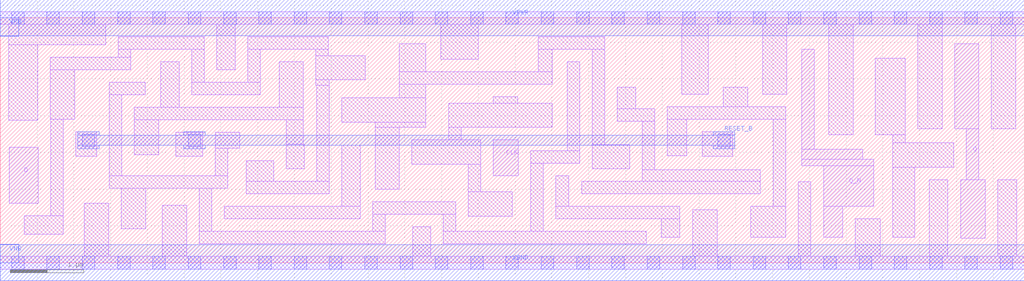
<source format=lef>
# Copyright 2020 The SkyWater PDK Authors
#
# Licensed under the Apache License, Version 2.0 (the "License");
# you may not use this file except in compliance with the License.
# You may obtain a copy of the License at
#
#     https://www.apache.org/licenses/LICENSE-2.0
#
# Unless required by applicable law or agreed to in writing, software
# distributed under the License is distributed on an "AS IS" BASIS,
# WITHOUT WARRANTIES OR CONDITIONS OF ANY KIND, either express or implied.
# See the License for the specific language governing permissions and
# limitations under the License.
#
# SPDX-License-Identifier: Apache-2.0

VERSION 5.5 ;
NAMESCASESENSITIVE ON ;
BUSBITCHARS "[]" ;
DIVIDERCHAR "/" ;
MACRO sky130_fd_sc_hs__dfrbp_2
  CLASS CORE ;
  SOURCE USER ;
  ORIGIN  0.000000  0.000000 ;
  SIZE  13.92000 BY  3.330000 ;
  SYMMETRY X Y R90 ;
  SITE unit ;
  PIN D
    ANTENNAGATEAREA  0.126000 ;
    DIRECTION INPUT ;
    USE SIGNAL ;
    PORT
      LAYER li1 ;
        RECT 0.125000 0.810000 0.515000 1.570000 ;
    END
  END D
  PIN Q
    ANTENNADIFFAREA  0.543200 ;
    DIRECTION OUTPUT ;
    USE SIGNAL ;
    PORT
      LAYER li1 ;
        RECT 12.975000 1.820000 13.305000 2.980000 ;
        RECT 13.060000 0.330000 13.390000 1.130000 ;
        RECT 13.135000 1.130000 13.305000 1.820000 ;
    END
  END Q
  PIN Q_N
    ANTENNADIFFAREA  0.543200 ;
    DIRECTION OUTPUT ;
    USE SIGNAL ;
    PORT
      LAYER li1 ;
        RECT 10.895000 1.320000 11.875000 1.410000 ;
        RECT 10.895000 1.410000 11.725000 1.540000 ;
        RECT 10.895000 1.540000 11.065000 2.900000 ;
        RECT 11.195000 0.350000 11.455000 0.770000 ;
        RECT 11.195000 0.770000 11.875000 1.320000 ;
    END
  END Q_N
  PIN RESET_B
    ANTENNAGATEAREA  0.378000 ;
    DIRECTION INPUT ;
    USE SIGNAL ;
    PORT
      LAYER met1 ;
        RECT 1.055000 1.550000 1.345000 1.595000 ;
        RECT 1.055000 1.595000 9.985000 1.735000 ;
        RECT 1.055000 1.735000 1.345000 1.780000 ;
        RECT 2.495000 1.550000 2.785000 1.595000 ;
        RECT 2.495000 1.735000 2.785000 1.780000 ;
        RECT 9.695000 1.550000 9.985000 1.595000 ;
        RECT 9.695000 1.735000 9.985000 1.780000 ;
    END
  END RESET_B
  PIN CLK
    ANTENNAGATEAREA  0.279000 ;
    DIRECTION INPUT ;
    USE CLOCK ;
    PORT
      LAYER li1 ;
        RECT 6.705000 1.180000 7.045000 1.670000 ;
    END
  END CLK
  PIN VGND
    DIRECTION INOUT ;
    USE GROUND ;
    PORT
      LAYER met1 ;
        RECT 0.000000 -0.245000 13.920000 0.245000 ;
    END
  END VGND
  PIN VNB
    DIRECTION INOUT ;
    USE GROUND ;
    PORT
    END
  END VNB
  PIN VPB
    DIRECTION INOUT ;
    USE POWER ;
    PORT
    END
  END VPB
  PIN VNB
    DIRECTION INOUT ;
    USE GROUND ;
    PORT
      LAYER met1 ;
        RECT 0.000000 0.000000 0.250000 0.250000 ;
    END
  END VNB
  PIN VPB
    DIRECTION INOUT ;
    USE POWER ;
    PORT
      LAYER met1 ;
        RECT 0.000000 3.080000 0.250000 3.330000 ;
    END
  END VPB
  PIN VPWR
    DIRECTION INOUT ;
    USE POWER ;
    PORT
      LAYER met1 ;
        RECT 0.000000 3.085000 13.920000 3.575000 ;
    END
  END VPWR
  OBS
    LAYER li1 ;
      RECT  0.000000 -0.085000 13.920000 0.085000 ;
      RECT  0.000000  3.245000 13.920000 3.415000 ;
      RECT  0.115000  1.940000  0.510000 2.965000 ;
      RECT  0.115000  2.965000  1.435000 3.245000 ;
      RECT  0.325000  0.390000  0.855000 0.640000 ;
      RECT  0.680000  1.950000  1.010000 2.625000 ;
      RECT  0.680000  2.625000  1.775000 2.795000 ;
      RECT  0.685000  0.640000  0.855000 1.950000 ;
      RECT  1.025000  1.450000  1.315000 1.780000 ;
      RECT  1.145000  0.085000  1.475000 0.810000 ;
      RECT  1.485000  1.015000  3.095000 1.185000 ;
      RECT  1.485000  1.185000  1.655000 2.285000 ;
      RECT  1.485000  2.285000  1.970000 2.455000 ;
      RECT  1.605000  2.795000  1.775000 2.905000 ;
      RECT  1.605000  2.905000  2.775000 3.075000 ;
      RECT  1.645000  0.465000  1.975000 1.015000 ;
      RECT  1.825000  1.470000  2.155000 1.945000 ;
      RECT  1.825000  1.945000  4.120000 2.115000 ;
      RECT  2.185000  2.115000  2.435000 2.735000 ;
      RECT  2.205000  0.085000  2.535000 0.780000 ;
      RECT  2.385000  1.445000  2.755000 1.775000 ;
      RECT  2.605000  2.285000  3.535000 2.455000 ;
      RECT  2.605000  2.455000  2.775000 2.905000 ;
      RECT  2.705000  0.255000  5.235000 0.425000 ;
      RECT  2.705000  0.425000  2.875000 1.015000 ;
      RECT  2.925000  1.185000  3.095000 1.555000 ;
      RECT  2.925000  1.555000  3.255000 1.775000 ;
      RECT  2.945000  2.625000  3.195000 3.245000 ;
      RECT  3.045000  0.595000  4.895000 0.765000 ;
      RECT  3.345000  0.935000  4.475000 1.105000 ;
      RECT  3.345000  1.105000  3.715000 1.385000 ;
      RECT  3.365000  2.455000  3.535000 2.905000 ;
      RECT  3.365000  2.905000  4.460000 3.075000 ;
      RECT  3.790000  2.115000  4.120000 2.735000 ;
      RECT  3.885000  1.275000  4.135000 1.610000 ;
      RECT  3.885000  1.610000  4.120000 1.945000 ;
      RECT  4.290000  2.410000  4.475000 2.485000 ;
      RECT  4.290000  2.485000  4.960000 2.815000 ;
      RECT  4.290000  2.815000  4.460000 2.905000 ;
      RECT  4.305000  1.105000  4.475000 2.410000 ;
      RECT  4.645000  0.765000  4.895000 1.600000 ;
      RECT  4.645000  1.910000  5.785000 2.240000 ;
      RECT  5.065000  0.425000  5.235000 0.660000 ;
      RECT  5.065000  0.660000  6.195000 0.830000 ;
      RECT  5.095000  1.000000  5.425000 1.840000 ;
      RECT  5.095000  1.840000  5.785000 1.910000 ;
      RECT  5.425000  2.240000  5.785000 2.425000 ;
      RECT  5.425000  2.425000  7.505000 2.595000 ;
      RECT  5.425000  2.595000  5.785000 2.980000 ;
      RECT  5.595000  1.340000  6.535000 1.670000 ;
      RECT  5.605000  0.085000  5.855000 0.490000 ;
      RECT  5.990000  2.765000  6.500000 3.245000 ;
      RECT  6.025000  0.255000  8.780000 0.425000 ;
      RECT  6.025000  0.425000  6.195000 0.660000 ;
      RECT  6.095000  1.670000  6.265000 1.840000 ;
      RECT  6.095000  1.840000  7.505000 2.170000 ;
      RECT  6.365000  0.635000  6.960000 0.965000 ;
      RECT  6.365000  0.965000  6.535000 1.340000 ;
      RECT  6.705000  2.170000  7.035000 2.255000 ;
      RECT  7.215000  0.425000  7.385000 1.355000 ;
      RECT  7.215000  1.355000  7.880000 1.525000 ;
      RECT  7.315000  2.595000  7.505000 2.905000 ;
      RECT  7.315000  2.905000  8.220000 3.075000 ;
      RECT  7.555000  0.595000  9.235000 0.765000 ;
      RECT  7.555000  0.765000  7.725000 1.185000 ;
      RECT  7.710000  1.525000  7.880000 2.735000 ;
      RECT  7.905000  0.935000 10.335000 1.105000 ;
      RECT  8.050000  1.275000  8.555000 1.605000 ;
      RECT  8.050000  1.605000  8.220000 2.905000 ;
      RECT  8.390000  1.925000  8.895000 2.095000 ;
      RECT  8.390000  2.095000  8.640000 2.385000 ;
      RECT  8.725000  1.105000 10.335000 1.265000 ;
      RECT  8.725000  1.265000  8.895000 1.925000 ;
      RECT  8.985000  0.350000  9.235000 0.595000 ;
      RECT  9.065000  1.455000  9.330000 1.950000 ;
      RECT  9.065000  1.950000 10.675000 2.120000 ;
      RECT  9.265000  2.290000  9.625000 3.245000 ;
      RECT  9.415000  0.085000  9.745000 0.720000 ;
      RECT  9.540000  1.450000  9.955000 1.780000 ;
      RECT  9.830000  2.120000 10.160000 2.385000 ;
      RECT 10.205000  0.350000 10.675000 0.765000 ;
      RECT 10.365000  2.290000 10.695000 3.245000 ;
      RECT 10.505000  0.765000 10.675000 1.950000 ;
      RECT 10.845000  0.085000 11.015000 1.100000 ;
      RECT 11.265000  1.740000 11.595000 3.245000 ;
      RECT 11.625000  0.085000 11.965000 0.600000 ;
      RECT 11.895000  1.740000 12.305000 2.780000 ;
      RECT 12.135000  0.350000 12.430000 1.300000 ;
      RECT 12.135000  1.300000 12.965000 1.630000 ;
      RECT 12.135000  1.630000 12.305000 1.740000 ;
      RECT 12.475000  1.820000 12.805000 3.245000 ;
      RECT 12.630000  0.085000 12.880000 1.130000 ;
      RECT 13.475000  1.820000 13.805000 3.245000 ;
      RECT 13.560000  0.085000 13.820000 1.130000 ;
    LAYER mcon ;
      RECT  0.155000 -0.085000  0.325000 0.085000 ;
      RECT  0.155000  3.245000  0.325000 3.415000 ;
      RECT  0.635000 -0.085000  0.805000 0.085000 ;
      RECT  0.635000  3.245000  0.805000 3.415000 ;
      RECT  1.115000 -0.085000  1.285000 0.085000 ;
      RECT  1.115000  1.580000  1.285000 1.750000 ;
      RECT  1.115000  3.245000  1.285000 3.415000 ;
      RECT  1.595000 -0.085000  1.765000 0.085000 ;
      RECT  1.595000  3.245000  1.765000 3.415000 ;
      RECT  2.075000 -0.085000  2.245000 0.085000 ;
      RECT  2.075000  3.245000  2.245000 3.415000 ;
      RECT  2.555000 -0.085000  2.725000 0.085000 ;
      RECT  2.555000  1.580000  2.725000 1.750000 ;
      RECT  2.555000  3.245000  2.725000 3.415000 ;
      RECT  3.035000 -0.085000  3.205000 0.085000 ;
      RECT  3.035000  3.245000  3.205000 3.415000 ;
      RECT  3.515000 -0.085000  3.685000 0.085000 ;
      RECT  3.515000  3.245000  3.685000 3.415000 ;
      RECT  3.995000 -0.085000  4.165000 0.085000 ;
      RECT  3.995000  3.245000  4.165000 3.415000 ;
      RECT  4.475000 -0.085000  4.645000 0.085000 ;
      RECT  4.475000  3.245000  4.645000 3.415000 ;
      RECT  4.955000 -0.085000  5.125000 0.085000 ;
      RECT  4.955000  3.245000  5.125000 3.415000 ;
      RECT  5.435000 -0.085000  5.605000 0.085000 ;
      RECT  5.435000  3.245000  5.605000 3.415000 ;
      RECT  5.915000 -0.085000  6.085000 0.085000 ;
      RECT  5.915000  3.245000  6.085000 3.415000 ;
      RECT  6.395000 -0.085000  6.565000 0.085000 ;
      RECT  6.395000  3.245000  6.565000 3.415000 ;
      RECT  6.875000 -0.085000  7.045000 0.085000 ;
      RECT  6.875000  3.245000  7.045000 3.415000 ;
      RECT  7.355000 -0.085000  7.525000 0.085000 ;
      RECT  7.355000  3.245000  7.525000 3.415000 ;
      RECT  7.835000 -0.085000  8.005000 0.085000 ;
      RECT  7.835000  3.245000  8.005000 3.415000 ;
      RECT  8.315000 -0.085000  8.485000 0.085000 ;
      RECT  8.315000  3.245000  8.485000 3.415000 ;
      RECT  8.795000 -0.085000  8.965000 0.085000 ;
      RECT  8.795000  3.245000  8.965000 3.415000 ;
      RECT  9.275000 -0.085000  9.445000 0.085000 ;
      RECT  9.275000  3.245000  9.445000 3.415000 ;
      RECT  9.755000 -0.085000  9.925000 0.085000 ;
      RECT  9.755000  1.580000  9.925000 1.750000 ;
      RECT  9.755000  3.245000  9.925000 3.415000 ;
      RECT 10.235000 -0.085000 10.405000 0.085000 ;
      RECT 10.235000  3.245000 10.405000 3.415000 ;
      RECT 10.715000 -0.085000 10.885000 0.085000 ;
      RECT 10.715000  3.245000 10.885000 3.415000 ;
      RECT 11.195000 -0.085000 11.365000 0.085000 ;
      RECT 11.195000  3.245000 11.365000 3.415000 ;
      RECT 11.675000 -0.085000 11.845000 0.085000 ;
      RECT 11.675000  3.245000 11.845000 3.415000 ;
      RECT 12.155000 -0.085000 12.325000 0.085000 ;
      RECT 12.155000  3.245000 12.325000 3.415000 ;
      RECT 12.635000 -0.085000 12.805000 0.085000 ;
      RECT 12.635000  3.245000 12.805000 3.415000 ;
      RECT 13.115000 -0.085000 13.285000 0.085000 ;
      RECT 13.115000  3.245000 13.285000 3.415000 ;
      RECT 13.595000 -0.085000 13.765000 0.085000 ;
      RECT 13.595000  3.245000 13.765000 3.415000 ;
  END
END sky130_fd_sc_hs__dfrbp_2
END LIBRARY

</source>
